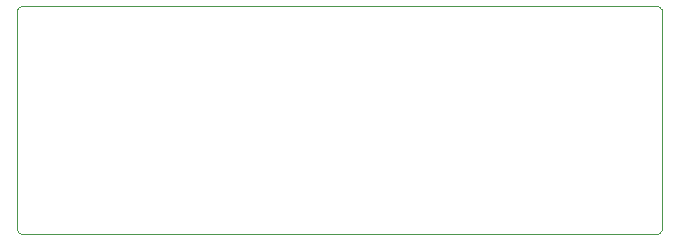
<source format=gbr>
%TF.GenerationSoftware,KiCad,Pcbnew,(6.0.7)*%
%TF.CreationDate,2022-09-05T18:43:59-05:00*%
%TF.ProjectId,Tines SAO,54696e65-7320-4534-914f-2e6b69636164,rev?*%
%TF.SameCoordinates,Original*%
%TF.FileFunction,Profile,NP*%
%FSLAX46Y46*%
G04 Gerber Fmt 4.6, Leading zero omitted, Abs format (unit mm)*
G04 Created by KiCad (PCBNEW (6.0.7)) date 2022-09-05 18:43:59*
%MOMM*%
%LPD*%
G01*
G04 APERTURE LIST*
%TA.AperFunction,Profile*%
%ADD10C,0.100000*%
%TD*%
G04 APERTURE END LIST*
D10*
X125186300Y-96232500D02*
X125240400Y-96167000D01*
X179296700Y-115298000D02*
X125554100Y-115298000D01*
X179296700Y-96037400D02*
X179386300Y-96046400D01*
X125305900Y-96112900D02*
X125381200Y-96072100D01*
X125110800Y-96480800D02*
X125119800Y-96391200D01*
X179664600Y-96232500D02*
X179705300Y-96307900D01*
X179664600Y-115102900D02*
X179610500Y-115168500D01*
X125186300Y-115102900D02*
X125145500Y-115027600D01*
X179740100Y-96480800D02*
X179740100Y-114854700D01*
X125145500Y-96307900D02*
X125186300Y-96232500D01*
X125554100Y-96037400D02*
X179296700Y-96037400D01*
X179740100Y-114854700D02*
X179731100Y-114944300D01*
X125381200Y-115263300D02*
X125305900Y-115222500D01*
X179610500Y-96167000D02*
X179664600Y-96232500D01*
X125240400Y-96167000D02*
X125305900Y-96112900D01*
X179469600Y-115263300D02*
X179386300Y-115289100D01*
X179731100Y-96391200D02*
X179740100Y-96480800D01*
X125305900Y-115222500D02*
X125240400Y-115168500D01*
X125464600Y-115289100D02*
X125381200Y-115263300D01*
X125554100Y-96037400D02*
X125554100Y-96037400D01*
X125240400Y-115168500D02*
X125186300Y-115102900D01*
X125464600Y-96046400D02*
X125554100Y-96037400D01*
X179705300Y-96307900D02*
X179731100Y-96391200D01*
X125554100Y-96037400D02*
X125554100Y-96037400D01*
X179386300Y-96046400D02*
X179469600Y-96072100D01*
X125381200Y-96072100D02*
X125464600Y-96046400D01*
X125145500Y-115027600D02*
X125119800Y-114944300D01*
X179610500Y-115168500D02*
X179544900Y-115222500D01*
X179469600Y-96072100D02*
X179544900Y-96112900D01*
X125119800Y-114944300D02*
X125110800Y-114854700D01*
X179386300Y-115289100D02*
X179296700Y-115298000D01*
X179544900Y-115222500D02*
X179469600Y-115263300D01*
X125110800Y-114854700D02*
X125110800Y-96480800D01*
X179731100Y-114944300D02*
X179705300Y-115027600D01*
X125554100Y-115298000D02*
X125464600Y-115289100D01*
X125119800Y-96391200D02*
X125145500Y-96307900D01*
X179544900Y-96112900D02*
X179610500Y-96167000D01*
X179705300Y-115027600D02*
X179664600Y-115102900D01*
M02*

</source>
